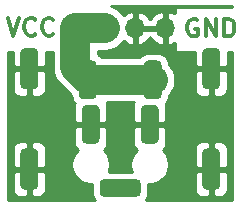
<source format=gbr>
%TF.GenerationSoftware,KiCad,Pcbnew,(5.1.6-0-10_14)*%
%TF.CreationDate,2020-09-14T10:06:51+09:00*%
%TF.ProjectId,breakout_DIN4,62726561-6b6f-4757-945f-44494e342e6b,rev?*%
%TF.SameCoordinates,Original*%
%TF.FileFunction,Copper,L1,Top*%
%TF.FilePolarity,Positive*%
%FSLAX46Y46*%
G04 Gerber Fmt 4.6, Leading zero omitted, Abs format (unit mm)*
G04 Created by KiCad (PCBNEW (5.1.6-0-10_14)) date 2020-09-14 10:06:51*
%MOMM*%
%LPD*%
G01*
G04 APERTURE LIST*
%TA.AperFunction,NonConductor*%
%ADD10C,0.300000*%
%TD*%
%TA.AperFunction,ComponentPad*%
%ADD11O,1.700000X1.700000*%
%TD*%
%TA.AperFunction,ComponentPad*%
%ADD12R,1.700000X1.700000*%
%TD*%
%TA.AperFunction,Conductor*%
%ADD13C,2.540000*%
%TD*%
%TA.AperFunction,Conductor*%
%ADD14C,0.254000*%
%TD*%
G04 APERTURE END LIST*
D10*
X120827142Y-98340000D02*
X120684285Y-98268571D01*
X120470000Y-98268571D01*
X120255714Y-98340000D01*
X120112857Y-98482857D01*
X120041428Y-98625714D01*
X119970000Y-98911428D01*
X119970000Y-99125714D01*
X120041428Y-99411428D01*
X120112857Y-99554285D01*
X120255714Y-99697142D01*
X120470000Y-99768571D01*
X120612857Y-99768571D01*
X120827142Y-99697142D01*
X120898571Y-99625714D01*
X120898571Y-99125714D01*
X120612857Y-99125714D01*
X121541428Y-99768571D02*
X121541428Y-98268571D01*
X122398571Y-99768571D01*
X122398571Y-98268571D01*
X123112857Y-99768571D02*
X123112857Y-98268571D01*
X123470000Y-98268571D01*
X123684285Y-98340000D01*
X123827142Y-98482857D01*
X123898571Y-98625714D01*
X123970000Y-98911428D01*
X123970000Y-99125714D01*
X123898571Y-99411428D01*
X123827142Y-99554285D01*
X123684285Y-99697142D01*
X123470000Y-99768571D01*
X123112857Y-99768571D01*
X104760000Y-98198571D02*
X105260000Y-99698571D01*
X105760000Y-98198571D01*
X107117142Y-99555714D02*
X107045714Y-99627142D01*
X106831428Y-99698571D01*
X106688571Y-99698571D01*
X106474285Y-99627142D01*
X106331428Y-99484285D01*
X106260000Y-99341428D01*
X106188571Y-99055714D01*
X106188571Y-98841428D01*
X106260000Y-98555714D01*
X106331428Y-98412857D01*
X106474285Y-98270000D01*
X106688571Y-98198571D01*
X106831428Y-98198571D01*
X107045714Y-98270000D01*
X107117142Y-98341428D01*
X108617142Y-99555714D02*
X108545714Y-99627142D01*
X108331428Y-99698571D01*
X108188571Y-99698571D01*
X107974285Y-99627142D01*
X107831428Y-99484285D01*
X107760000Y-99341428D01*
X107688571Y-99055714D01*
X107688571Y-98841428D01*
X107760000Y-98555714D01*
X107831428Y-98412857D01*
X107974285Y-98270000D01*
X108188571Y-98198571D01*
X108331428Y-98198571D01*
X108545714Y-98270000D01*
X108617142Y-98341428D01*
D11*
%TO.P,J1,4*%
%TO.N,GND*%
X118110000Y-99060000D03*
%TO.P,J1,3*%
X115570000Y-99060000D03*
%TO.P,J1,2*%
%TO.N,VCC*%
X113030000Y-99060000D03*
D12*
%TO.P,J1,1*%
X110490000Y-99060000D03*
%TD*%
%TO.P,U1,1*%
%TO.N,VCC*%
%TA.AperFunction,ComponentPad*%
G36*
G01*
X110800000Y-104725000D02*
X110800000Y-102175000D01*
G75*
G02*
X111175000Y-101800000I375000J0D01*
G01*
X111925000Y-101800000D01*
G75*
G02*
X112300000Y-102175000I0J-375000D01*
G01*
X112300000Y-104725000D01*
G75*
G02*
X111925000Y-105100000I-375000J0D01*
G01*
X111175000Y-105100000D01*
G75*
G02*
X110800000Y-104725000I0J375000D01*
G01*
G37*
%TD.AperFunction*%
%TO.P,U1,2*%
%TA.AperFunction,ComponentPad*%
G36*
G01*
X116300000Y-104725000D02*
X116300000Y-102175000D01*
G75*
G02*
X116675000Y-101800000I375000J0D01*
G01*
X117425000Y-101800000D01*
G75*
G02*
X117800000Y-102175000I0J-375000D01*
G01*
X117800000Y-104725000D01*
G75*
G02*
X117425000Y-105100000I-375000J0D01*
G01*
X116675000Y-105100000D01*
G75*
G02*
X116300000Y-104725000I0J375000D01*
G01*
G37*
%TD.AperFunction*%
%TO.P,U1,3*%
%TO.N,GND*%
%TA.AperFunction,ComponentPad*%
G36*
G01*
X111050000Y-108475000D02*
X111050000Y-105925000D01*
G75*
G02*
X111425000Y-105550000I375000J0D01*
G01*
X112175000Y-105550000D01*
G75*
G02*
X112550000Y-105925000I0J-375000D01*
G01*
X112550000Y-108475000D01*
G75*
G02*
X112175000Y-108850000I-375000J0D01*
G01*
X111425000Y-108850000D01*
G75*
G02*
X111050000Y-108475000I0J375000D01*
G01*
G37*
%TD.AperFunction*%
%TO.P,U1,4*%
%TA.AperFunction,ComponentPad*%
G36*
G01*
X116050000Y-108475000D02*
X116050000Y-105925000D01*
G75*
G02*
X116425000Y-105550000I375000J0D01*
G01*
X117175000Y-105550000D01*
G75*
G02*
X117550000Y-105925000I0J-375000D01*
G01*
X117550000Y-108475000D01*
G75*
G02*
X117175000Y-108850000I-375000J0D01*
G01*
X116425000Y-108850000D01*
G75*
G02*
X116050000Y-108475000I0J375000D01*
G01*
G37*
%TD.AperFunction*%
%TO.P,U1,5*%
%TO.N,Net-(U1-Pad5)*%
%TA.AperFunction,ComponentPad*%
G36*
G01*
X115675000Y-113350000D02*
X112925000Y-113350000D01*
G75*
G02*
X112550000Y-112975000I0J375000D01*
G01*
X112550000Y-112225000D01*
G75*
G02*
X112925000Y-111850000I375000J0D01*
G01*
X115675000Y-111850000D01*
G75*
G02*
X116050000Y-112225000I0J-375000D01*
G01*
X116050000Y-112975000D01*
G75*
G02*
X115675000Y-113350000I-375000J0D01*
G01*
G37*
%TD.AperFunction*%
%TO.P,U1,6*%
%TO.N,GND*%
%TA.AperFunction,ComponentPad*%
G36*
G01*
X107350000Y-101125000D02*
X107350000Y-103875000D01*
G75*
G02*
X106975000Y-104250000I-375000J0D01*
G01*
X106225000Y-104250000D01*
G75*
G02*
X105850000Y-103875000I0J375000D01*
G01*
X105850000Y-101125000D01*
G75*
G02*
X106225000Y-100750000I375000J0D01*
G01*
X106975000Y-100750000D01*
G75*
G02*
X107350000Y-101125000I0J-375000D01*
G01*
G37*
%TD.AperFunction*%
%TO.P,U1,8*%
%TA.AperFunction,ComponentPad*%
G36*
G01*
X122750000Y-101125000D02*
X122750000Y-103875000D01*
G75*
G02*
X122375000Y-104250000I-375000J0D01*
G01*
X121625000Y-104250000D01*
G75*
G02*
X121250000Y-103875000I0J375000D01*
G01*
X121250000Y-101125000D01*
G75*
G02*
X121625000Y-100750000I375000J0D01*
G01*
X122375000Y-100750000D01*
G75*
G02*
X122750000Y-101125000I0J-375000D01*
G01*
G37*
%TD.AperFunction*%
%TO.P,U1,7*%
%TA.AperFunction,ComponentPad*%
G36*
G01*
X107350000Y-109625000D02*
X107350000Y-112375000D01*
G75*
G02*
X106975000Y-112750000I-375000J0D01*
G01*
X106225000Y-112750000D01*
G75*
G02*
X105850000Y-112375000I0J375000D01*
G01*
X105850000Y-109625000D01*
G75*
G02*
X106225000Y-109250000I375000J0D01*
G01*
X106975000Y-109250000D01*
G75*
G02*
X107350000Y-109625000I0J-375000D01*
G01*
G37*
%TD.AperFunction*%
%TO.P,U1,9*%
%TA.AperFunction,ComponentPad*%
G36*
G01*
X122750000Y-109625000D02*
X122750000Y-112375000D01*
G75*
G02*
X122375000Y-112750000I-375000J0D01*
G01*
X121625000Y-112750000D01*
G75*
G02*
X121250000Y-112375000I0J375000D01*
G01*
X121250000Y-109625000D01*
G75*
G02*
X121625000Y-109250000I375000J0D01*
G01*
X122375000Y-109250000D01*
G75*
G02*
X122750000Y-109625000I0J-375000D01*
G01*
G37*
%TD.AperFunction*%
%TD*%
D13*
%TO.N,VCC*%
X113030000Y-99060000D02*
X110490000Y-99060000D01*
X110490000Y-102390000D02*
X111550000Y-103450000D01*
X110490000Y-99060000D02*
X110490000Y-102390000D01*
X111550000Y-103450000D02*
X117050000Y-103450000D01*
%TD*%
D14*
%TO.N,GND*%
G36*
X123775001Y-97300000D02*
G01*
X118899286Y-97300000D01*
X118899286Y-97805042D01*
X118876920Y-97788359D01*
X118614099Y-97663175D01*
X118466890Y-97618524D01*
X118237000Y-97739845D01*
X118237000Y-98933000D01*
X118257000Y-98933000D01*
X118257000Y-99187000D01*
X118237000Y-99187000D01*
X118237000Y-100380155D01*
X118466890Y-100501476D01*
X118614099Y-100456825D01*
X118876920Y-100331641D01*
X118899286Y-100314958D01*
X118899286Y-101120000D01*
X120612704Y-101120000D01*
X120615000Y-102214250D01*
X120773750Y-102373000D01*
X121873000Y-102373000D01*
X121873000Y-102353000D01*
X122127000Y-102353000D01*
X122127000Y-102373000D01*
X123226250Y-102373000D01*
X123385000Y-102214250D01*
X123387296Y-101120000D01*
X123775001Y-101120000D01*
X123775000Y-113615000D01*
X116454009Y-113615000D01*
X116517339Y-113537833D01*
X116610956Y-113362686D01*
X116668606Y-113172641D01*
X116688072Y-112975000D01*
X116688072Y-112750000D01*
X120611928Y-112750000D01*
X120624188Y-112874482D01*
X120660498Y-112994180D01*
X120719463Y-113104494D01*
X120798815Y-113201185D01*
X120895506Y-113280537D01*
X121005820Y-113339502D01*
X121125518Y-113375812D01*
X121250000Y-113388072D01*
X121714250Y-113385000D01*
X121873000Y-113226250D01*
X121873000Y-111127000D01*
X122127000Y-111127000D01*
X122127000Y-113226250D01*
X122285750Y-113385000D01*
X122750000Y-113388072D01*
X122874482Y-113375812D01*
X122994180Y-113339502D01*
X123104494Y-113280537D01*
X123201185Y-113201185D01*
X123280537Y-113104494D01*
X123339502Y-112994180D01*
X123375812Y-112874482D01*
X123388072Y-112750000D01*
X123385000Y-111285750D01*
X123226250Y-111127000D01*
X122127000Y-111127000D01*
X121873000Y-111127000D01*
X120773750Y-111127000D01*
X120615000Y-111285750D01*
X120611928Y-112750000D01*
X116688072Y-112750000D01*
X116688072Y-112235000D01*
X116961033Y-112235000D01*
X117276912Y-112172168D01*
X117574463Y-112048918D01*
X117842252Y-111869987D01*
X118069987Y-111642252D01*
X118248918Y-111374463D01*
X118372168Y-111076912D01*
X118435000Y-110761033D01*
X118435000Y-110438967D01*
X118372168Y-110123088D01*
X118248918Y-109825537D01*
X118069987Y-109557748D01*
X117896858Y-109384619D01*
X117904494Y-109380537D01*
X118001185Y-109301185D01*
X118043191Y-109250000D01*
X120611928Y-109250000D01*
X120615000Y-110714250D01*
X120773750Y-110873000D01*
X121873000Y-110873000D01*
X121873000Y-108773750D01*
X122127000Y-108773750D01*
X122127000Y-110873000D01*
X123226250Y-110873000D01*
X123385000Y-110714250D01*
X123388072Y-109250000D01*
X123375812Y-109125518D01*
X123339502Y-109005820D01*
X123280537Y-108895506D01*
X123201185Y-108798815D01*
X123104494Y-108719463D01*
X122994180Y-108660498D01*
X122874482Y-108624188D01*
X122750000Y-108611928D01*
X122285750Y-108615000D01*
X122127000Y-108773750D01*
X121873000Y-108773750D01*
X121714250Y-108615000D01*
X121250000Y-108611928D01*
X121125518Y-108624188D01*
X121005820Y-108660498D01*
X120895506Y-108719463D01*
X120798815Y-108798815D01*
X120719463Y-108895506D01*
X120660498Y-109005820D01*
X120624188Y-109125518D01*
X120611928Y-109250000D01*
X118043191Y-109250000D01*
X118080537Y-109204494D01*
X118139502Y-109094180D01*
X118175812Y-108974482D01*
X118188072Y-108850000D01*
X118185000Y-107485750D01*
X118026250Y-107327000D01*
X116927000Y-107327000D01*
X116927000Y-107347000D01*
X116673000Y-107347000D01*
X116673000Y-107327000D01*
X115573750Y-107327000D01*
X115415000Y-107485750D01*
X115411928Y-108850000D01*
X115424188Y-108974482D01*
X115460498Y-109094180D01*
X115519463Y-109204494D01*
X115598815Y-109301185D01*
X115695506Y-109380537D01*
X115703142Y-109384619D01*
X115530013Y-109557748D01*
X115351082Y-109825537D01*
X115227832Y-110123088D01*
X115165000Y-110438967D01*
X115165000Y-110761033D01*
X115227832Y-111076912D01*
X115283758Y-111211928D01*
X113316242Y-111211928D01*
X113372168Y-111076912D01*
X113435000Y-110761033D01*
X113435000Y-110438967D01*
X113372168Y-110123088D01*
X113248918Y-109825537D01*
X113069987Y-109557748D01*
X112896858Y-109384619D01*
X112904494Y-109380537D01*
X113001185Y-109301185D01*
X113080537Y-109204494D01*
X113139502Y-109094180D01*
X113175812Y-108974482D01*
X113188072Y-108850000D01*
X113185000Y-107485750D01*
X113026250Y-107327000D01*
X111927000Y-107327000D01*
X111927000Y-107347000D01*
X111673000Y-107347000D01*
X111673000Y-107327000D01*
X110573750Y-107327000D01*
X110415000Y-107485750D01*
X110411928Y-108850000D01*
X110424188Y-108974482D01*
X110460498Y-109094180D01*
X110519463Y-109204494D01*
X110598815Y-109301185D01*
X110695506Y-109380537D01*
X110703142Y-109384619D01*
X110530013Y-109557748D01*
X110351082Y-109825537D01*
X110227832Y-110123088D01*
X110165000Y-110438967D01*
X110165000Y-110761033D01*
X110227832Y-111076912D01*
X110351082Y-111374463D01*
X110530013Y-111642252D01*
X110757748Y-111869987D01*
X111025537Y-112048918D01*
X111323088Y-112172168D01*
X111638967Y-112235000D01*
X111911928Y-112235000D01*
X111911928Y-112975000D01*
X111931394Y-113172641D01*
X111989044Y-113362686D01*
X112082661Y-113537833D01*
X112145991Y-113615000D01*
X104825000Y-113615000D01*
X104825000Y-112750000D01*
X105211928Y-112750000D01*
X105224188Y-112874482D01*
X105260498Y-112994180D01*
X105319463Y-113104494D01*
X105398815Y-113201185D01*
X105495506Y-113280537D01*
X105605820Y-113339502D01*
X105725518Y-113375812D01*
X105850000Y-113388072D01*
X106314250Y-113385000D01*
X106473000Y-113226250D01*
X106473000Y-111127000D01*
X106727000Y-111127000D01*
X106727000Y-113226250D01*
X106885750Y-113385000D01*
X107350000Y-113388072D01*
X107474482Y-113375812D01*
X107594180Y-113339502D01*
X107704494Y-113280537D01*
X107801185Y-113201185D01*
X107880537Y-113104494D01*
X107939502Y-112994180D01*
X107975812Y-112874482D01*
X107988072Y-112750000D01*
X107985000Y-111285750D01*
X107826250Y-111127000D01*
X106727000Y-111127000D01*
X106473000Y-111127000D01*
X105373750Y-111127000D01*
X105215000Y-111285750D01*
X105211928Y-112750000D01*
X104825000Y-112750000D01*
X104825000Y-109250000D01*
X105211928Y-109250000D01*
X105215000Y-110714250D01*
X105373750Y-110873000D01*
X106473000Y-110873000D01*
X106473000Y-108773750D01*
X106727000Y-108773750D01*
X106727000Y-110873000D01*
X107826250Y-110873000D01*
X107985000Y-110714250D01*
X107988072Y-109250000D01*
X107975812Y-109125518D01*
X107939502Y-109005820D01*
X107880537Y-108895506D01*
X107801185Y-108798815D01*
X107704494Y-108719463D01*
X107594180Y-108660498D01*
X107474482Y-108624188D01*
X107350000Y-108611928D01*
X106885750Y-108615000D01*
X106727000Y-108773750D01*
X106473000Y-108773750D01*
X106314250Y-108615000D01*
X105850000Y-108611928D01*
X105725518Y-108624188D01*
X105605820Y-108660498D01*
X105495506Y-108719463D01*
X105398815Y-108798815D01*
X105319463Y-108895506D01*
X105260498Y-109005820D01*
X105224188Y-109125518D01*
X105211928Y-109250000D01*
X104825000Y-109250000D01*
X104825000Y-104250000D01*
X105211928Y-104250000D01*
X105224188Y-104374482D01*
X105260498Y-104494180D01*
X105319463Y-104604494D01*
X105398815Y-104701185D01*
X105495506Y-104780537D01*
X105605820Y-104839502D01*
X105725518Y-104875812D01*
X105850000Y-104888072D01*
X106314250Y-104885000D01*
X106473000Y-104726250D01*
X106473000Y-102627000D01*
X106727000Y-102627000D01*
X106727000Y-104726250D01*
X106885750Y-104885000D01*
X107350000Y-104888072D01*
X107474482Y-104875812D01*
X107594180Y-104839502D01*
X107704494Y-104780537D01*
X107801185Y-104701185D01*
X107880537Y-104604494D01*
X107939502Y-104494180D01*
X107975812Y-104374482D01*
X107988072Y-104250000D01*
X107985000Y-102785750D01*
X107826250Y-102627000D01*
X106727000Y-102627000D01*
X106473000Y-102627000D01*
X105373750Y-102627000D01*
X105215000Y-102785750D01*
X105211928Y-104250000D01*
X104825000Y-104250000D01*
X104825000Y-101050000D01*
X105212557Y-101050000D01*
X105215000Y-102214250D01*
X105373750Y-102373000D01*
X106473000Y-102373000D01*
X106473000Y-102353000D01*
X106727000Y-102353000D01*
X106727000Y-102373000D01*
X107826250Y-102373000D01*
X107985000Y-102214250D01*
X107987443Y-101050000D01*
X108585001Y-101050000D01*
X108585001Y-102296411D01*
X108575783Y-102390000D01*
X108612565Y-102763445D01*
X108721495Y-103122539D01*
X108898387Y-103453482D01*
X108996586Y-103573137D01*
X109136445Y-103743556D01*
X109209140Y-103803215D01*
X110136784Y-104730860D01*
X110166013Y-104766476D01*
X110181394Y-104922641D01*
X110239044Y-105112686D01*
X110332661Y-105287833D01*
X110429982Y-105406418D01*
X110424188Y-105425518D01*
X110411928Y-105550000D01*
X110415000Y-106914250D01*
X110573750Y-107073000D01*
X111673000Y-107073000D01*
X111673000Y-107053000D01*
X111927000Y-107053000D01*
X111927000Y-107073000D01*
X113026250Y-107073000D01*
X113185000Y-106914250D01*
X113188072Y-105550000D01*
X113175812Y-105425518D01*
X113154421Y-105355000D01*
X115445579Y-105355000D01*
X115424188Y-105425518D01*
X115411928Y-105550000D01*
X115415000Y-106914250D01*
X115573750Y-107073000D01*
X116673000Y-107073000D01*
X116673000Y-107053000D01*
X116927000Y-107053000D01*
X116927000Y-107073000D01*
X118026250Y-107073000D01*
X118185000Y-106914250D01*
X118188072Y-105550000D01*
X118175812Y-105425518D01*
X118170018Y-105406418D01*
X118267339Y-105287833D01*
X118360956Y-105112686D01*
X118418606Y-104922641D01*
X118433987Y-104766476D01*
X118641613Y-104513482D01*
X118782447Y-104250000D01*
X120611928Y-104250000D01*
X120624188Y-104374482D01*
X120660498Y-104494180D01*
X120719463Y-104604494D01*
X120798815Y-104701185D01*
X120895506Y-104780537D01*
X121005820Y-104839502D01*
X121125518Y-104875812D01*
X121250000Y-104888072D01*
X121714250Y-104885000D01*
X121873000Y-104726250D01*
X121873000Y-102627000D01*
X122127000Y-102627000D01*
X122127000Y-104726250D01*
X122285750Y-104885000D01*
X122750000Y-104888072D01*
X122874482Y-104875812D01*
X122994180Y-104839502D01*
X123104494Y-104780537D01*
X123201185Y-104701185D01*
X123280537Y-104604494D01*
X123339502Y-104494180D01*
X123375812Y-104374482D01*
X123388072Y-104250000D01*
X123385000Y-102785750D01*
X123226250Y-102627000D01*
X122127000Y-102627000D01*
X121873000Y-102627000D01*
X120773750Y-102627000D01*
X120615000Y-102785750D01*
X120611928Y-104250000D01*
X118782447Y-104250000D01*
X118818506Y-104182539D01*
X118927436Y-103823445D01*
X118964217Y-103450000D01*
X118927436Y-103076555D01*
X118818506Y-102717461D01*
X118641613Y-102386518D01*
X118433987Y-102133524D01*
X118418606Y-101977359D01*
X118360956Y-101787314D01*
X118267339Y-101612167D01*
X118141350Y-101458650D01*
X117987833Y-101332661D01*
X117812686Y-101239044D01*
X117622641Y-101181394D01*
X117425000Y-101161928D01*
X116675000Y-101161928D01*
X116477359Y-101181394D01*
X116287314Y-101239044D01*
X116112167Y-101332661D01*
X115958650Y-101458650D01*
X115887784Y-101545000D01*
X112712216Y-101545000D01*
X112641350Y-101458650D01*
X112487833Y-101332661D01*
X112395000Y-101283041D01*
X112395000Y-100965000D01*
X113123582Y-100965000D01*
X113403445Y-100937436D01*
X113762539Y-100828506D01*
X114093482Y-100651613D01*
X114383556Y-100413556D01*
X114584551Y-100168642D01*
X114803080Y-100331641D01*
X115065901Y-100456825D01*
X115213110Y-100501476D01*
X115443000Y-100380155D01*
X115443000Y-99187000D01*
X115697000Y-99187000D01*
X115697000Y-100380155D01*
X115926890Y-100501476D01*
X116074099Y-100456825D01*
X116336920Y-100331641D01*
X116570269Y-100157588D01*
X116765178Y-99941355D01*
X116840000Y-99815745D01*
X116914822Y-99941355D01*
X117109731Y-100157588D01*
X117343080Y-100331641D01*
X117605901Y-100456825D01*
X117753110Y-100501476D01*
X117983000Y-100380155D01*
X117983000Y-99187000D01*
X115697000Y-99187000D01*
X115443000Y-99187000D01*
X115423000Y-99187000D01*
X115423000Y-98933000D01*
X115443000Y-98933000D01*
X115443000Y-97739845D01*
X115697000Y-97739845D01*
X115697000Y-98933000D01*
X117983000Y-98933000D01*
X117983000Y-97739845D01*
X117753110Y-97618524D01*
X117605901Y-97663175D01*
X117343080Y-97788359D01*
X117109731Y-97962412D01*
X116914822Y-98178645D01*
X116840000Y-98304255D01*
X116765178Y-98178645D01*
X116570269Y-97962412D01*
X116336920Y-97788359D01*
X116074099Y-97663175D01*
X115926890Y-97618524D01*
X115697000Y-97739845D01*
X115443000Y-97739845D01*
X115213110Y-97618524D01*
X115065901Y-97663175D01*
X114803080Y-97788359D01*
X114584551Y-97951358D01*
X114383556Y-97706444D01*
X114093482Y-97468387D01*
X113762539Y-97291494D01*
X113477407Y-97205000D01*
X123775001Y-97205000D01*
X123775001Y-97300000D01*
G37*
X123775001Y-97300000D02*
X118899286Y-97300000D01*
X118899286Y-97805042D01*
X118876920Y-97788359D01*
X118614099Y-97663175D01*
X118466890Y-97618524D01*
X118237000Y-97739845D01*
X118237000Y-98933000D01*
X118257000Y-98933000D01*
X118257000Y-99187000D01*
X118237000Y-99187000D01*
X118237000Y-100380155D01*
X118466890Y-100501476D01*
X118614099Y-100456825D01*
X118876920Y-100331641D01*
X118899286Y-100314958D01*
X118899286Y-101120000D01*
X120612704Y-101120000D01*
X120615000Y-102214250D01*
X120773750Y-102373000D01*
X121873000Y-102373000D01*
X121873000Y-102353000D01*
X122127000Y-102353000D01*
X122127000Y-102373000D01*
X123226250Y-102373000D01*
X123385000Y-102214250D01*
X123387296Y-101120000D01*
X123775001Y-101120000D01*
X123775000Y-113615000D01*
X116454009Y-113615000D01*
X116517339Y-113537833D01*
X116610956Y-113362686D01*
X116668606Y-113172641D01*
X116688072Y-112975000D01*
X116688072Y-112750000D01*
X120611928Y-112750000D01*
X120624188Y-112874482D01*
X120660498Y-112994180D01*
X120719463Y-113104494D01*
X120798815Y-113201185D01*
X120895506Y-113280537D01*
X121005820Y-113339502D01*
X121125518Y-113375812D01*
X121250000Y-113388072D01*
X121714250Y-113385000D01*
X121873000Y-113226250D01*
X121873000Y-111127000D01*
X122127000Y-111127000D01*
X122127000Y-113226250D01*
X122285750Y-113385000D01*
X122750000Y-113388072D01*
X122874482Y-113375812D01*
X122994180Y-113339502D01*
X123104494Y-113280537D01*
X123201185Y-113201185D01*
X123280537Y-113104494D01*
X123339502Y-112994180D01*
X123375812Y-112874482D01*
X123388072Y-112750000D01*
X123385000Y-111285750D01*
X123226250Y-111127000D01*
X122127000Y-111127000D01*
X121873000Y-111127000D01*
X120773750Y-111127000D01*
X120615000Y-111285750D01*
X120611928Y-112750000D01*
X116688072Y-112750000D01*
X116688072Y-112235000D01*
X116961033Y-112235000D01*
X117276912Y-112172168D01*
X117574463Y-112048918D01*
X117842252Y-111869987D01*
X118069987Y-111642252D01*
X118248918Y-111374463D01*
X118372168Y-111076912D01*
X118435000Y-110761033D01*
X118435000Y-110438967D01*
X118372168Y-110123088D01*
X118248918Y-109825537D01*
X118069987Y-109557748D01*
X117896858Y-109384619D01*
X117904494Y-109380537D01*
X118001185Y-109301185D01*
X118043191Y-109250000D01*
X120611928Y-109250000D01*
X120615000Y-110714250D01*
X120773750Y-110873000D01*
X121873000Y-110873000D01*
X121873000Y-108773750D01*
X122127000Y-108773750D01*
X122127000Y-110873000D01*
X123226250Y-110873000D01*
X123385000Y-110714250D01*
X123388072Y-109250000D01*
X123375812Y-109125518D01*
X123339502Y-109005820D01*
X123280537Y-108895506D01*
X123201185Y-108798815D01*
X123104494Y-108719463D01*
X122994180Y-108660498D01*
X122874482Y-108624188D01*
X122750000Y-108611928D01*
X122285750Y-108615000D01*
X122127000Y-108773750D01*
X121873000Y-108773750D01*
X121714250Y-108615000D01*
X121250000Y-108611928D01*
X121125518Y-108624188D01*
X121005820Y-108660498D01*
X120895506Y-108719463D01*
X120798815Y-108798815D01*
X120719463Y-108895506D01*
X120660498Y-109005820D01*
X120624188Y-109125518D01*
X120611928Y-109250000D01*
X118043191Y-109250000D01*
X118080537Y-109204494D01*
X118139502Y-109094180D01*
X118175812Y-108974482D01*
X118188072Y-108850000D01*
X118185000Y-107485750D01*
X118026250Y-107327000D01*
X116927000Y-107327000D01*
X116927000Y-107347000D01*
X116673000Y-107347000D01*
X116673000Y-107327000D01*
X115573750Y-107327000D01*
X115415000Y-107485750D01*
X115411928Y-108850000D01*
X115424188Y-108974482D01*
X115460498Y-109094180D01*
X115519463Y-109204494D01*
X115598815Y-109301185D01*
X115695506Y-109380537D01*
X115703142Y-109384619D01*
X115530013Y-109557748D01*
X115351082Y-109825537D01*
X115227832Y-110123088D01*
X115165000Y-110438967D01*
X115165000Y-110761033D01*
X115227832Y-111076912D01*
X115283758Y-111211928D01*
X113316242Y-111211928D01*
X113372168Y-111076912D01*
X113435000Y-110761033D01*
X113435000Y-110438967D01*
X113372168Y-110123088D01*
X113248918Y-109825537D01*
X113069987Y-109557748D01*
X112896858Y-109384619D01*
X112904494Y-109380537D01*
X113001185Y-109301185D01*
X113080537Y-109204494D01*
X113139502Y-109094180D01*
X113175812Y-108974482D01*
X113188072Y-108850000D01*
X113185000Y-107485750D01*
X113026250Y-107327000D01*
X111927000Y-107327000D01*
X111927000Y-107347000D01*
X111673000Y-107347000D01*
X111673000Y-107327000D01*
X110573750Y-107327000D01*
X110415000Y-107485750D01*
X110411928Y-108850000D01*
X110424188Y-108974482D01*
X110460498Y-109094180D01*
X110519463Y-109204494D01*
X110598815Y-109301185D01*
X110695506Y-109380537D01*
X110703142Y-109384619D01*
X110530013Y-109557748D01*
X110351082Y-109825537D01*
X110227832Y-110123088D01*
X110165000Y-110438967D01*
X110165000Y-110761033D01*
X110227832Y-111076912D01*
X110351082Y-111374463D01*
X110530013Y-111642252D01*
X110757748Y-111869987D01*
X111025537Y-112048918D01*
X111323088Y-112172168D01*
X111638967Y-112235000D01*
X111911928Y-112235000D01*
X111911928Y-112975000D01*
X111931394Y-113172641D01*
X111989044Y-113362686D01*
X112082661Y-113537833D01*
X112145991Y-113615000D01*
X104825000Y-113615000D01*
X104825000Y-112750000D01*
X105211928Y-112750000D01*
X105224188Y-112874482D01*
X105260498Y-112994180D01*
X105319463Y-113104494D01*
X105398815Y-113201185D01*
X105495506Y-113280537D01*
X105605820Y-113339502D01*
X105725518Y-113375812D01*
X105850000Y-113388072D01*
X106314250Y-113385000D01*
X106473000Y-113226250D01*
X106473000Y-111127000D01*
X106727000Y-111127000D01*
X106727000Y-113226250D01*
X106885750Y-113385000D01*
X107350000Y-113388072D01*
X107474482Y-113375812D01*
X107594180Y-113339502D01*
X107704494Y-113280537D01*
X107801185Y-113201185D01*
X107880537Y-113104494D01*
X107939502Y-112994180D01*
X107975812Y-112874482D01*
X107988072Y-112750000D01*
X107985000Y-111285750D01*
X107826250Y-111127000D01*
X106727000Y-111127000D01*
X106473000Y-111127000D01*
X105373750Y-111127000D01*
X105215000Y-111285750D01*
X105211928Y-112750000D01*
X104825000Y-112750000D01*
X104825000Y-109250000D01*
X105211928Y-109250000D01*
X105215000Y-110714250D01*
X105373750Y-110873000D01*
X106473000Y-110873000D01*
X106473000Y-108773750D01*
X106727000Y-108773750D01*
X106727000Y-110873000D01*
X107826250Y-110873000D01*
X107985000Y-110714250D01*
X107988072Y-109250000D01*
X107975812Y-109125518D01*
X107939502Y-109005820D01*
X107880537Y-108895506D01*
X107801185Y-108798815D01*
X107704494Y-108719463D01*
X107594180Y-108660498D01*
X107474482Y-108624188D01*
X107350000Y-108611928D01*
X106885750Y-108615000D01*
X106727000Y-108773750D01*
X106473000Y-108773750D01*
X106314250Y-108615000D01*
X105850000Y-108611928D01*
X105725518Y-108624188D01*
X105605820Y-108660498D01*
X105495506Y-108719463D01*
X105398815Y-108798815D01*
X105319463Y-108895506D01*
X105260498Y-109005820D01*
X105224188Y-109125518D01*
X105211928Y-109250000D01*
X104825000Y-109250000D01*
X104825000Y-104250000D01*
X105211928Y-104250000D01*
X105224188Y-104374482D01*
X105260498Y-104494180D01*
X105319463Y-104604494D01*
X105398815Y-104701185D01*
X105495506Y-104780537D01*
X105605820Y-104839502D01*
X105725518Y-104875812D01*
X105850000Y-104888072D01*
X106314250Y-104885000D01*
X106473000Y-104726250D01*
X106473000Y-102627000D01*
X106727000Y-102627000D01*
X106727000Y-104726250D01*
X106885750Y-104885000D01*
X107350000Y-104888072D01*
X107474482Y-104875812D01*
X107594180Y-104839502D01*
X107704494Y-104780537D01*
X107801185Y-104701185D01*
X107880537Y-104604494D01*
X107939502Y-104494180D01*
X107975812Y-104374482D01*
X107988072Y-104250000D01*
X107985000Y-102785750D01*
X107826250Y-102627000D01*
X106727000Y-102627000D01*
X106473000Y-102627000D01*
X105373750Y-102627000D01*
X105215000Y-102785750D01*
X105211928Y-104250000D01*
X104825000Y-104250000D01*
X104825000Y-101050000D01*
X105212557Y-101050000D01*
X105215000Y-102214250D01*
X105373750Y-102373000D01*
X106473000Y-102373000D01*
X106473000Y-102353000D01*
X106727000Y-102353000D01*
X106727000Y-102373000D01*
X107826250Y-102373000D01*
X107985000Y-102214250D01*
X107987443Y-101050000D01*
X108585001Y-101050000D01*
X108585001Y-102296411D01*
X108575783Y-102390000D01*
X108612565Y-102763445D01*
X108721495Y-103122539D01*
X108898387Y-103453482D01*
X108996586Y-103573137D01*
X109136445Y-103743556D01*
X109209140Y-103803215D01*
X110136784Y-104730860D01*
X110166013Y-104766476D01*
X110181394Y-104922641D01*
X110239044Y-105112686D01*
X110332661Y-105287833D01*
X110429982Y-105406418D01*
X110424188Y-105425518D01*
X110411928Y-105550000D01*
X110415000Y-106914250D01*
X110573750Y-107073000D01*
X111673000Y-107073000D01*
X111673000Y-107053000D01*
X111927000Y-107053000D01*
X111927000Y-107073000D01*
X113026250Y-107073000D01*
X113185000Y-106914250D01*
X113188072Y-105550000D01*
X113175812Y-105425518D01*
X113154421Y-105355000D01*
X115445579Y-105355000D01*
X115424188Y-105425518D01*
X115411928Y-105550000D01*
X115415000Y-106914250D01*
X115573750Y-107073000D01*
X116673000Y-107073000D01*
X116673000Y-107053000D01*
X116927000Y-107053000D01*
X116927000Y-107073000D01*
X118026250Y-107073000D01*
X118185000Y-106914250D01*
X118188072Y-105550000D01*
X118175812Y-105425518D01*
X118170018Y-105406418D01*
X118267339Y-105287833D01*
X118360956Y-105112686D01*
X118418606Y-104922641D01*
X118433987Y-104766476D01*
X118641613Y-104513482D01*
X118782447Y-104250000D01*
X120611928Y-104250000D01*
X120624188Y-104374482D01*
X120660498Y-104494180D01*
X120719463Y-104604494D01*
X120798815Y-104701185D01*
X120895506Y-104780537D01*
X121005820Y-104839502D01*
X121125518Y-104875812D01*
X121250000Y-104888072D01*
X121714250Y-104885000D01*
X121873000Y-104726250D01*
X121873000Y-102627000D01*
X122127000Y-102627000D01*
X122127000Y-104726250D01*
X122285750Y-104885000D01*
X122750000Y-104888072D01*
X122874482Y-104875812D01*
X122994180Y-104839502D01*
X123104494Y-104780537D01*
X123201185Y-104701185D01*
X123280537Y-104604494D01*
X123339502Y-104494180D01*
X123375812Y-104374482D01*
X123388072Y-104250000D01*
X123385000Y-102785750D01*
X123226250Y-102627000D01*
X122127000Y-102627000D01*
X121873000Y-102627000D01*
X120773750Y-102627000D01*
X120615000Y-102785750D01*
X120611928Y-104250000D01*
X118782447Y-104250000D01*
X118818506Y-104182539D01*
X118927436Y-103823445D01*
X118964217Y-103450000D01*
X118927436Y-103076555D01*
X118818506Y-102717461D01*
X118641613Y-102386518D01*
X118433987Y-102133524D01*
X118418606Y-101977359D01*
X118360956Y-101787314D01*
X118267339Y-101612167D01*
X118141350Y-101458650D01*
X117987833Y-101332661D01*
X117812686Y-101239044D01*
X117622641Y-101181394D01*
X117425000Y-101161928D01*
X116675000Y-101161928D01*
X116477359Y-101181394D01*
X116287314Y-101239044D01*
X116112167Y-101332661D01*
X115958650Y-101458650D01*
X115887784Y-101545000D01*
X112712216Y-101545000D01*
X112641350Y-101458650D01*
X112487833Y-101332661D01*
X112395000Y-101283041D01*
X112395000Y-100965000D01*
X113123582Y-100965000D01*
X113403445Y-100937436D01*
X113762539Y-100828506D01*
X114093482Y-100651613D01*
X114383556Y-100413556D01*
X114584551Y-100168642D01*
X114803080Y-100331641D01*
X115065901Y-100456825D01*
X115213110Y-100501476D01*
X115443000Y-100380155D01*
X115443000Y-99187000D01*
X115697000Y-99187000D01*
X115697000Y-100380155D01*
X115926890Y-100501476D01*
X116074099Y-100456825D01*
X116336920Y-100331641D01*
X116570269Y-100157588D01*
X116765178Y-99941355D01*
X116840000Y-99815745D01*
X116914822Y-99941355D01*
X117109731Y-100157588D01*
X117343080Y-100331641D01*
X117605901Y-100456825D01*
X117753110Y-100501476D01*
X117983000Y-100380155D01*
X117983000Y-99187000D01*
X115697000Y-99187000D01*
X115443000Y-99187000D01*
X115423000Y-99187000D01*
X115423000Y-98933000D01*
X115443000Y-98933000D01*
X115443000Y-97739845D01*
X115697000Y-97739845D01*
X115697000Y-98933000D01*
X117983000Y-98933000D01*
X117983000Y-97739845D01*
X117753110Y-97618524D01*
X117605901Y-97663175D01*
X117343080Y-97788359D01*
X117109731Y-97962412D01*
X116914822Y-98178645D01*
X116840000Y-98304255D01*
X116765178Y-98178645D01*
X116570269Y-97962412D01*
X116336920Y-97788359D01*
X116074099Y-97663175D01*
X115926890Y-97618524D01*
X115697000Y-97739845D01*
X115443000Y-97739845D01*
X115213110Y-97618524D01*
X115065901Y-97663175D01*
X114803080Y-97788359D01*
X114584551Y-97951358D01*
X114383556Y-97706444D01*
X114093482Y-97468387D01*
X113762539Y-97291494D01*
X113477407Y-97205000D01*
X123775001Y-97205000D01*
X123775001Y-97300000D01*
%TD*%
M02*

</source>
